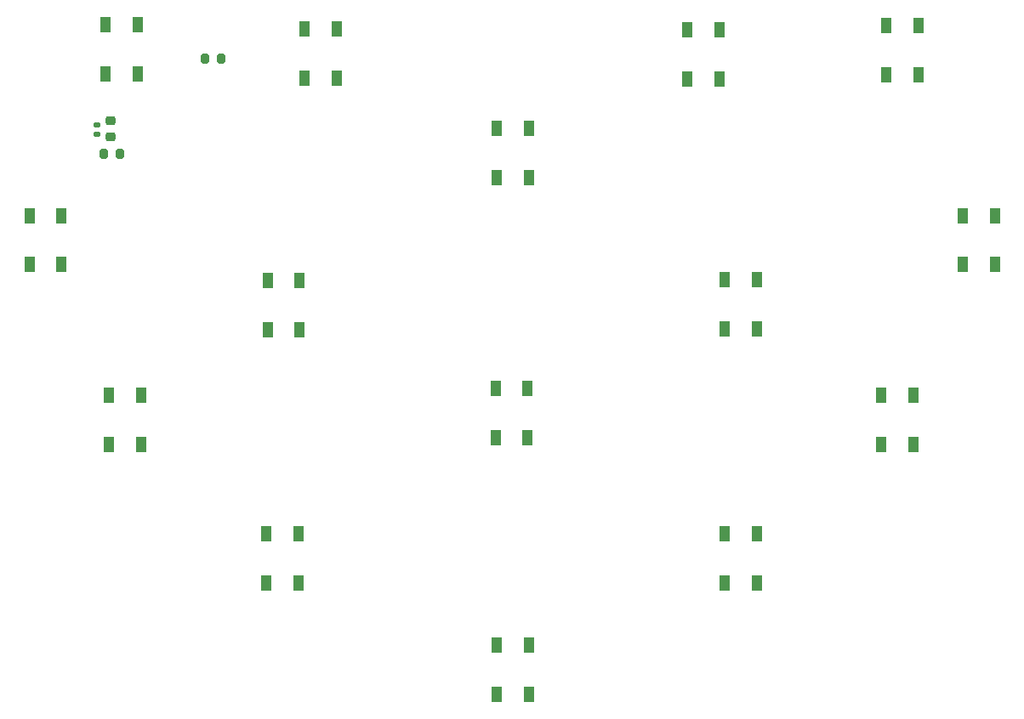
<source format=gtp>
%TF.GenerationSoftware,KiCad,Pcbnew,6.0.4-6f826c9f35~116~ubuntu20.04.1*%
%TF.CreationDate,2022-04-29T19:57:12-06:00*%
%TF.ProjectId,heart,68656172-742e-46b6-9963-61645f706362,rev?*%
%TF.SameCoordinates,Original*%
%TF.FileFunction,Paste,Top*%
%TF.FilePolarity,Positive*%
%FSLAX46Y46*%
G04 Gerber Fmt 4.6, Leading zero omitted, Abs format (unit mm)*
G04 Created by KiCad (PCBNEW 6.0.4-6f826c9f35~116~ubuntu20.04.1) date 2022-04-29 19:57:12*
%MOMM*%
%LPD*%
G01*
G04 APERTURE LIST*
G04 Aperture macros list*
%AMRoundRect*
0 Rectangle with rounded corners*
0 $1 Rounding radius*
0 $2 $3 $4 $5 $6 $7 $8 $9 X,Y pos of 4 corners*
0 Add a 4 corners polygon primitive as box body*
4,1,4,$2,$3,$4,$5,$6,$7,$8,$9,$2,$3,0*
0 Add four circle primitives for the rounded corners*
1,1,$1+$1,$2,$3*
1,1,$1+$1,$4,$5*
1,1,$1+$1,$6,$7*
1,1,$1+$1,$8,$9*
0 Add four rect primitives between the rounded corners*
20,1,$1+$1,$2,$3,$4,$5,0*
20,1,$1+$1,$4,$5,$6,$7,0*
20,1,$1+$1,$6,$7,$8,$9,0*
20,1,$1+$1,$8,$9,$2,$3,0*%
G04 Aperture macros list end*
%ADD10R,1.000000X1.500000*%
%ADD11RoundRect,0.200000X-0.200000X-0.275000X0.200000X-0.275000X0.200000X0.275000X-0.200000X0.275000X0*%
%ADD12RoundRect,0.225000X-0.250000X0.225000X-0.250000X-0.225000X0.250000X-0.225000X0.250000X0.225000X0*%
%ADD13RoundRect,0.140000X-0.170000X0.140000X-0.170000X-0.140000X0.170000X-0.140000X0.170000X0.140000X0*%
G04 APERTURE END LIST*
D10*
%TO.C,D15*%
X120400000Y-90550000D03*
X123600000Y-90550000D03*
X123600000Y-85650000D03*
X120400000Y-85650000D03*
%TD*%
%TO.C,D14*%
X104300000Y-115850000D03*
X107500000Y-115850000D03*
X107500000Y-110950000D03*
X104300000Y-110950000D03*
%TD*%
%TO.C,D13*%
X100600000Y-90950000D03*
X103800000Y-90950000D03*
X103800000Y-86050000D03*
X100600000Y-86050000D03*
%TD*%
%TO.C,D12*%
X128000000Y-109450000D03*
X131200000Y-109450000D03*
X131200000Y-104550000D03*
X128000000Y-104550000D03*
%TD*%
%TO.C,D11*%
X81600000Y-100750000D03*
X84800000Y-100750000D03*
X84800000Y-95850000D03*
X81600000Y-95850000D03*
%TD*%
%TO.C,D10*%
X119900000Y-127350000D03*
X123100000Y-127350000D03*
X123100000Y-122450000D03*
X119900000Y-122450000D03*
%TD*%
%TO.C,D9*%
X62500000Y-90850000D03*
X65700000Y-90850000D03*
X65700000Y-85950000D03*
X62500000Y-85950000D03*
%TD*%
%TO.C,D8*%
X104300000Y-136250000D03*
X107500000Y-136250000D03*
X107500000Y-141150000D03*
X104300000Y-141150000D03*
%TD*%
%TO.C,D7*%
X42700000Y-90450000D03*
X45900000Y-90450000D03*
X45900000Y-85550000D03*
X42700000Y-85550000D03*
%TD*%
%TO.C,D5*%
X58800000Y-115950000D03*
X62000000Y-115950000D03*
X62000000Y-111050000D03*
X58800000Y-111050000D03*
%TD*%
%TO.C,D3*%
X81500000Y-126650000D03*
X84700000Y-126650000D03*
X84700000Y-121750000D03*
X81500000Y-121750000D03*
%TD*%
%TO.C,D1*%
X35100000Y-109450000D03*
X38300000Y-109450000D03*
X38300000Y-104550000D03*
X35100000Y-104550000D03*
%TD*%
D11*
%TO.C,R2*%
X52575000Y-88900000D03*
X54225000Y-88900000D03*
%TD*%
D10*
%TO.C,D2*%
X43000000Y-127350000D03*
X46200000Y-127350000D03*
X46200000Y-122450000D03*
X43000000Y-122450000D03*
%TD*%
D12*
%TO.C,C1*%
X43200000Y-95125000D03*
X43200000Y-96675000D03*
%TD*%
D11*
%TO.C,R1*%
X42475000Y-98400000D03*
X44125000Y-98400000D03*
%TD*%
D10*
%TO.C,D4*%
X58700000Y-141150000D03*
X61900000Y-141150000D03*
X61900000Y-136250000D03*
X58700000Y-136250000D03*
%TD*%
D13*
%TO.C,C2*%
X41800000Y-95520000D03*
X41800000Y-96480000D03*
%TD*%
D10*
%TO.C,D6*%
X81600000Y-152250000D03*
X84800000Y-152250000D03*
X84800000Y-147350000D03*
X81600000Y-147350000D03*
%TD*%
M02*

</source>
